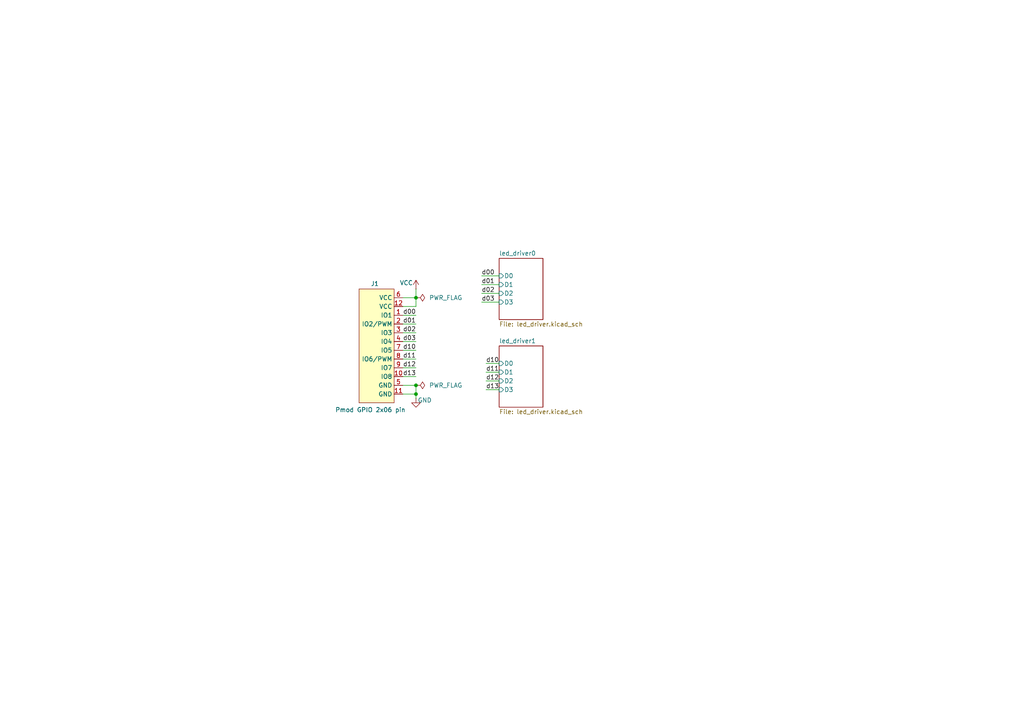
<source format=kicad_sch>
(kicad_sch (version 20250114) (generator "eeschema") (generator_version "9.0")
  (paper "A4")
  (title_block (title "7Seg Module") (date "2026-01-18") (rev "0.0") (company "Cotti"))
  (lib_symbols
    (symbol "cotti_pmod:pmod_gpio_2x06_pin"
      (property "Reference" "J" (at 1.016 1.27 0))
      (property "Value" "Pmod GPIO 2x06 pin" (at 4.318 -35.052 0))
      (symbol "pmod_gpio_2x06_pin_1_1"
        (rectangle (start 0 0) (end 10.16 -33.02) (fill (type background)))
        (pin power_in line (at -2.54 -2.54 0) (length 2.54) (name "VCC") (number "6"))
        (pin power_in line (at -2.54 -5.08 0) (length 2.54) (name "VCC") (number "12"))
        (pin bidirectional line (at -2.54 -7.62 0) (length 2.54) (name "IO1") (number "1"))
        (pin bidirectional line (at -2.54 -10.16 0) (length 2.54) (name "IO2/PWM") (number "2"))
        (pin bidirectional line (at -2.54 -12.7 0) (length 2.54) (name "IO3") (number "3"))
        (pin bidirectional line (at -2.54 -15.24 0) (length 2.54) (name "IO4") (number "4"))
        (pin bidirectional line (at -2.54 -17.78 0) (length 2.54) (name "IO5") (number "7"))
        (pin bidirectional line (at -2.54 -20.32 0) (length 2.54) (name "IO6/PWM") (number "8"))
        (pin bidirectional line (at -2.54 -22.86 0) (length 2.54) (name "IO7") (number "9"))
        (pin bidirectional line (at -2.54 -25.4 0) (length 2.54) (name "IO8") (number "10"))
        (pin power_in line (at -2.54 -27.94 0) (length 2.54) (name "GND") (number "5"))
        (pin power_in line (at -2.54 -30.48 0) (length 2.54) (name "GND") (number "11"))
      )
    )
    (symbol "power:GND" (power) (pin_numbers (hide yes)) (pin_names (offset 0) (hide yes))
      (property "Value" "GND" (at 0 -3.81 0))
      (symbol "GND_0_1"
        (polyline (pts (xy 0 0) (xy 0 -1.27) (xy 1.27 -1.27) (xy 0 -2.54) (xy -1.27 -1.27) (xy 0 -1.27)))
      )
      (symbol "GND_1_1"
        (pin power_in line (at 0 0 270) (length 0) (name "~") (number "1"))
      )
    )
    (symbol "power:PWR_FLAG" (power) (pin_numbers (hide yes)) (pin_names (offset 0) (hide yes))
      (property "Value" "PWR_FLAG" (at 0 3.81 0))
      (symbol "PWR_FLAG_0_0"
        (pin power_out line (at 0 0 90) (length 0) (name "~") (number "1"))
      )
      (symbol "PWR_FLAG_0_1"
        (polyline (pts (xy 0 0) (xy 0 1.27) (xy -1.016 1.905) (xy 0 2.54) (xy 1.016 1.905) (xy 0 1.27)))
      )
    )
    (symbol "power:VCC" (power) (pin_numbers (hide yes)) (pin_names (offset 0) (hide yes))
      (property "Value" "VCC" (at 0 3.556 0))
      (symbol "VCC_0_1"
        (polyline (pts (xy -0.762 1.27) (xy 0 2.54)))
        (polyline (pts (xy 0 2.54) (xy 0.762 1.27)))
        (polyline (pts (xy 0 0) (xy 0 2.54)))
      )
      (symbol "VCC_1_1"
        (pin power_in line (at 0 0 90) (length 0) (name "~") (number "1"))
      )
    )
  )
  (junction (at 120.65 114.3))
  (junction (at 120.65 86.36))
  (junction (at 120.65 111.76))
  (wire (pts (xy 144.78 85.09) (xy 139.7 85.09)))
  (wire (pts (xy 140.97 107.95) (xy 144.78 107.95)))
  (wire (pts (xy 120.65 114.3) (xy 120.65 115.57)))
  (wire (pts (xy 116.84 101.6) (xy 120.65 101.6)))
  (wire (pts (xy 116.84 114.3) (xy 120.65 114.3)))
  (wire (pts (xy 139.7 82.55) (xy 144.78 82.55)))
  (wire (pts (xy 116.84 111.76) (xy 120.65 111.76)))
  (wire (pts (xy 116.84 109.22) (xy 120.65 109.22)))
  (wire (pts (xy 116.84 93.98) (xy 120.65 93.98)))
  (wire (pts (xy 140.97 105.41) (xy 144.78 105.41)))
  (wire (pts (xy 140.97 110.49) (xy 144.78 110.49)))
  (wire (pts (xy 116.84 106.68) (xy 120.65 106.68)))
  (wire (pts (xy 116.84 88.9) (xy 120.65 88.9)))
  (wire (pts (xy 120.65 83.82) (xy 120.65 86.36)))
  (wire (pts (xy 116.84 99.06) (xy 120.65 99.06)))
  (wire (pts (xy 116.84 86.36) (xy 120.65 86.36)))
  (wire (pts (xy 120.65 88.9) (xy 120.65 86.36)))
  (wire (pts (xy 139.7 87.63) (xy 144.78 87.63)))
  (wire (pts (xy 139.7 80.01) (xy 144.78 80.01)))
  (wire (pts (xy 120.65 111.76) (xy 120.65 114.3)))
  (wire (pts (xy 116.84 96.52) (xy 120.65 96.52)))
  (wire (pts (xy 140.97 113.03) (xy 144.78 113.03)))
  (wire (pts (xy 116.84 104.14) (xy 120.65 104.14)))
  (wire (pts (xy 116.84 91.44) (xy 120.65 91.44)))
  (label "d13" (at 120.65 109.22 180))
  (label "d10" (at 120.65 101.6 180))
  (label "d02" (at 139.7 85.09 0))
  (label "d03" (at 120.65 99.06 180))
  (label "d13" (at 140.97 113.03 0))
  (label "d01" (at 120.65 93.98 180))
  (label "d00" (at 120.65 91.44 180))
  (label "d03" (at 139.7 87.63 0))
  (label "d12" (at 140.97 110.49 0))
  (label "d11" (at 140.97 107.95 0))
  (label "d00" (at 139.7 80.01 0))
  (label "d01" (at 139.7 82.55 0))
  (label "d12" (at 120.65 106.68 180))
  (label "d11" (at 120.65 104.14 180))
  (label "d10" (at 140.97 105.41 0))
  (label "d02" (at 120.65 96.52 180))
  (symbol (lib_id "power:PWR_FLAG") (at 120.65 111.76 270) (unit 1)
    (property "Reference" "#FLG02" (effects (hide yes)))
    (property "Value" "PWR_FLAG" (at 124.46 111.7599 90) (effects (justify left)))
    (property "Description" "Special symbol for telling ERC where power comes from" (effects (hide yes)))
  )
  (symbol (lib_id "power:PWR_FLAG") (at 120.65 86.36 270) (unit 1)
    (property "Reference" "#FLG01" (effects (hide yes)))
    (property "Value" "PWR_FLAG" (at 124.46 86.3599 90) (effects (justify left)))
    (property "Description" "Special symbol for telling ERC where power comes from" (effects (hide yes)))
  )
  (symbol (lib_id "power:VCC") (at 120.65 83.82 0) (unit 1)
    (property "Reference" "#PWR01" (effects (hide yes)))
    (property "Value" "VCC" (at 117.856 82.042 0))
    (property "Description" "Power symbol creates a global label with name \"VCC\"" (effects (hide yes)))
  )
  (symbol (lib_id "power:GND") (at 120.65 115.57 0) (unit 1)
    (property "Reference" "#PWR02" (effects (hide yes)))
    (property "Value" "GND" (at 123.19 116.078 0))
    (property "Description" "Power symbol creates a global label with name \"GND\" , ground" (effects (hide yes)))
  )
  (symbol (lib_id "cotti_pmod:pmod_gpio_2x06_pin") (at 114.3 83.82 0) (mirror y) (unit 1)
    (property "Reference" "J1" (at 108.712 82.296 0))
    (property "Value" "Pmod GPIO 2x06 pin" (at 107.442 118.872 0))
    (property "Footprint" "cotti_footprints:Pmod_2x06_pin" (effects (hide yes)))
    (property "Datasheet" "https://app.adam-tech.com/products/download/data_sheet/200508/ph2ra-xx-ua-data-sheet.pdf" (effects (hide yes)))
    (property "Description" "Connector Header Through Hole, Right Angle 12 position 0.100\" (2.54mm)" (effects (hide yes)))
    (property "Digikey" "https://www.digikey.com/en/products/detail/adam-tech/PH2RA-12-UA/9830569" (effects (hide yes)))
    (property "Mfr." "Adam Tech" (effects (hide yes)))
    (property "Mfr. P/N" "PH2RA-12-UA" (effects (hide yes)))
  )
  (sheet (at 144.78 74.93) (size 12.7 17.78) (stroke (width 0.1524))
    (property "Sheetname" "led_driver0" (at 144.78 74.2184 0) (effects (justify left bottom)))
    (property "Sheetfile" "led_driver.kicad_sch" (at 144.78 93.2946 0) (effects (justify left top)))
    (pin "D0" input (at 144.78 80.01 180))
    (pin "D1" input (at 144.78 82.55 180))
    (pin "D2" input (at 144.78 85.09 180))
    (pin "D3" input (at 144.78 87.63 180))
  )
  (sheet (at 144.78 100.33) (size 12.7 17.78) (stroke (width 0.1524))
    (property "Sheetname" "led_driver1" (at 144.78 99.6184 0) (effects (justify left bottom)))
    (property "Sheetfile" "led_driver.kicad_sch" (at 144.78 118.6946 0) (effects (justify left top)))
    (pin "D0" input (at 144.78 105.41 180))
    (pin "D1" input (at 144.78 107.95 180))
    (pin "D2" input (at 144.78 110.49 180))
    (pin "D3" input (at 144.78 113.03 180))
  )
)
</source>
